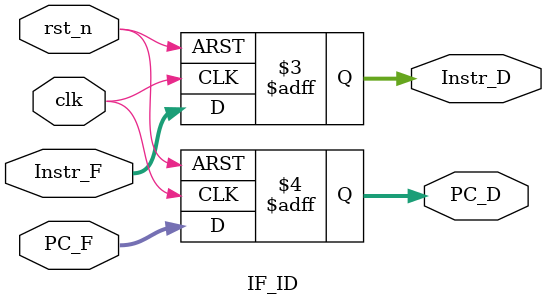
<source format=v>
module IF_ID (
  input clk,
  input rst_n,
  input [31:0] Instr_F,
  input [31:0] PC_F,
  output reg [31:0] Instr_D,
  output reg [31:0] PC_D
);

always @( posedge clk or negedge rst_n) begin
  if (~rst_n) begin
    Instr_D <= 0;
    PC_D <= 0;
  end
  else begin	 
    Instr_D <= Instr_F;
    PC_D <= PC_F;
  end
end

endmodule
</source>
